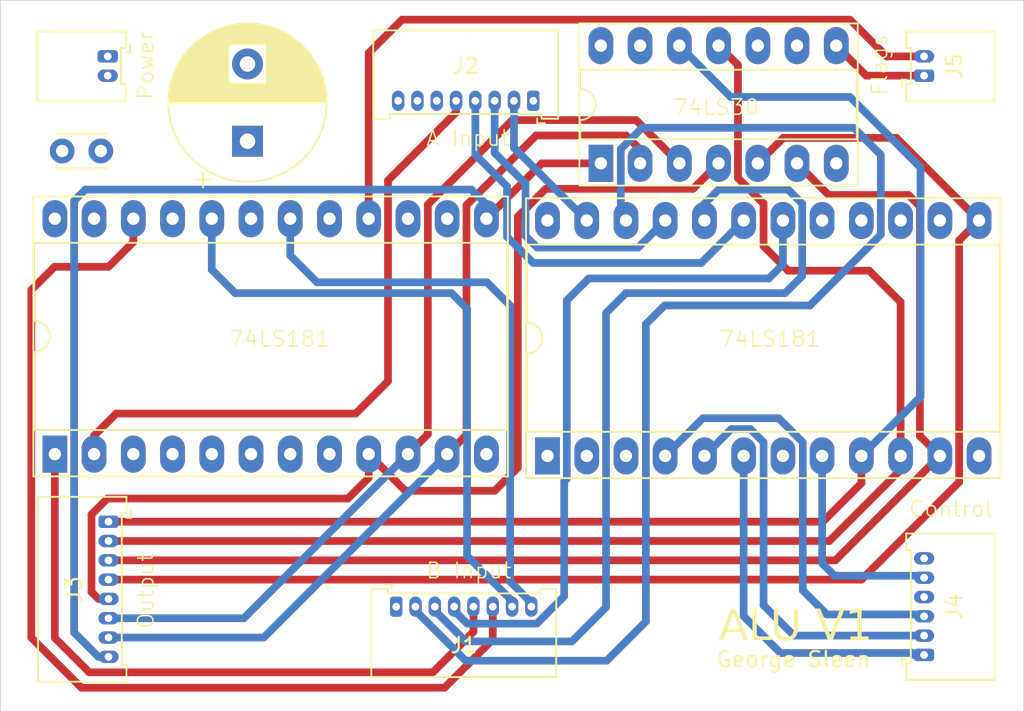
<source format=kicad_pcb>
(kicad_pcb (version 20240108) (generator "pcbnew") (generator_version "8.0")
  (layers (0 "F.Cu" signal) (1 "In1.Cu" signal) (2 "In2.Cu" signal) (31 "B.Cu" signal) (34 "B.Paste" user) (35 "F.Paste" user) (36 "B.SilkS" user "B.Silkscreen") (37 "F.SilkS" user "F.Silkscreen") (38 "B.Mask" user) (39 "F.Mask" user) (44 "Edge.Cuts" user))
  (net 0 "")
  (net 1 "/A6")
  (net 2 "/F7")
  (net 3 "GNDREF")
  (net 4 "/S0")
  (net 5 "/S2")
  (net 6 "/A4")
  (net 8 "/M")
  (net 9 "/S3")
  (net 10 "/F4")
  (net 11 "/B4")
  (net 12 "Net-(U1-Cn)")
  (net 13 "/F6")
  (net 15 "/A5")
  (net 16 "/F5")
  (net 17 "/B6")
  (net 18 "/B7")
  (net 19 "VCC")
  (net 20 "/S1")
  (net 22 "/B5")
  (net 23 "/~{Carry flag}")
  (net 24 "/A7")
  (net 25 "/B2")
  (net 26 "/A3")
  (net 27 "/F2")
  (net 28 "/F0")
  (net 29 "/B0")
  (net 30 "/A2")
  (net 31 "/B1")
  (net 33 "/F1")
  (net 34 "/~{Cn}")
  (net 35 "/A1")
  (net 36 "/F3")
  (net 39 "/B3")
  (net 40 "/A0")
  (net 41 "/Zero flag")
  (footprint "Package_DIP:DIP-14_W7.62mm_Socket_LongPads" (layer "F.Cu") (at 179.375 80.3 90)
    (property "Reference" "U3" (hide yes))
    (property "Value" "74LS30")
    (pad "1" thru_hole rect (at 0 0 90) (size 2.4 1.6) (drill 0.8) (layers "*.Cu" "*.Mask") (net 2 "/F7"))
    (pad "2" thru_hole oval (at 0 2.54 90) (size 2.4 1.6) (drill 0.8) (layers "*.Cu" "*.Mask") (net 13 "/F6"))
    (pad "3" thru_hole oval (at 0 5.08 90) (size 2.4 1.6) (drill 0.8) (layers "*.Cu" "*.Mask") (net 16 "/F5"))
    (pad "4" thru_hole oval (at 0 7.62 90) (size 2.4 1.6) (drill 0.8) (layers "*.Cu" "*.Mask") (net 10 "/F4"))
    (pad "5" thru_hole oval (at 0 10.16 90) (size 2.4 1.6) (drill 0.8) (layers "*.Cu" "*.Mask") (net 36 "/F3"))
    (pad "6" thru_hole oval (at 0 12.7 90) (size 2.4 1.6) (drill 0.8) (layers "*.Cu" "*.Mask") (net 27 "/F2"))
    (pad "7" thru_hole oval (at 0 15.24 90) (size 2.4 1.6) (drill 0.8) (layers "*.Cu" "*.Mask") (net 3 "GNDREF"))
    (pad "8" thru_hole oval (at 7.62 15.24 90) (size 2.4 1.6) (drill 0.8) (layers "*.Cu" "*.Mask") (net 41 "/Zero flag"))
    (pad "9" thru_hole oval (at 7.62 12.7 90) (size 2.4 1.6) (drill 0.8) (layers "*.Cu" "*.Mask"))
    (pad "10" thru_hole oval (at 7.62 10.16 90) (size 2.4 1.6) (drill 0.8) (layers "*.Cu" "*.Mask"))
    (pad "11" thru_hole oval (at 7.62 7.62 90) (size 2.4 1.6) (drill 0.8) (layers "*.Cu" "*.Mask") (net 33 "/F1"))
    (pad "12" thru_hole oval (at 7.62 5.08 90) (size 2.4 1.6) (drill 0.8) (layers "*.Cu" "*.Mask") (net 28 "/F0"))
    (pad "13" thru_hole oval (at 7.62 2.54 90) (size 2.4 1.6) (drill 0.8) (layers "*.Cu" "*.Mask"))
    (pad "14" thru_hole oval (at 7.62 0 90) (size 2.4 1.6) (drill 0.8) (layers "*.Cu" "*.Mask") (net 19 "VCC"))
  )
  (footprint "Connector_Molex:Molex_PicoBlade_53048-0610_1x06_P1.25mm_Horizontal" (layer "F.Cu") (at 200.3 112.125 90)
    (property "Reference" "J4" (at 3.12 1.95 90) (layer "F.SilkS"))
    (property "Value" "Control Word Socket" (hide yes))
    (pad "1" thru_hole roundrect (at 0 0 90) (size 0.8 1.3) (drill 0.5) (layers "*.Cu" "*.Mask") (net 4 "/S0"))
    (pad "2" thru_hole oval (at 1.25 0 90) (size 0.8 1.3) (drill 0.5) (layers "*.Cu" "*.Mask") (net 20 "/S1"))
    (pad "3" thru_hole oval (at 2.5 0 90) (size 0.8 1.3) (drill 0.5) (layers "*.Cu" "*.Mask") (net 5 "/S2"))
    (pad "4" thru_hole oval (at 3.75 0 90) (size 0.8 1.3) (drill 0.5) (layers "*.Cu" "*.Mask") (net 9 "/S3"))
    (pad "5" thru_hole oval (at 5 0 90) (size 0.8 1.3) (drill 0.5) (layers "*.Cu" "*.Mask") (net 8 "/M"))
    (pad "6" thru_hole oval (at 6.25 0 90) (size 0.8 1.3) (drill 0.5) (layers "*.Cu" "*.Mask") (net 34 "/~{Cn}"))
  )
  (footprint "Connector_Molex:Molex_PicoBlade_53048-0810_1x08_P1.25mm_Horizontal" (layer "F.Cu") (at 166.125 109)
    (property "Reference" "J1" (at 4.38 2.5 0) (layer "F.SilkS"))
    (property "Value" "B Input Socket" (hide yes))
    (pad "1" thru_hole roundrect (at 0 0) (size 0.8 1.3) (drill 0.5) (layers "*.Cu" "*.Mask") (net 29 "/B0"))
    (pad "2" thru_hole oval (at 1.25 0) (size 0.8 1.3) (drill 0.5) (layers "*.Cu" "*.Mask") (net 31 "/B1"))
    (pad "3" thru_hole oval (at 2.5 0) (size 0.8 1.3) (drill 0.5) (layers "*.Cu" "*.Mask") (net 25 "/B2"))
    (pad "4" thru_hole oval (at 3.75 0) (size 0.8 1.3) (drill 0.5) (layers "*.Cu" "*.Mask") (net 39 "/B3"))
    (pad "5" thru_hole oval (at 5 0) (size 0.8 1.3) (drill 0.5) (layers "*.Cu" "*.Mask") (net 11 "/B4"))
    (pad "6" thru_hole oval (at 6.25 0) (size 0.8 1.3) (drill 0.5) (layers "*.Cu" "*.Mask") (net 22 "/B5"))
    (pad "7" thru_hole oval (at 7.5 0) (size 0.8 1.3) (drill 0.5) (layers "*.Cu" "*.Mask") (net 17 "/B6"))
    (pad "8" thru_hole oval (at 8.75 0) (size 0.8 1.3) (drill 0.5) (layers "*.Cu" "*.Mask") (net 18 "/B7"))
  )
  (footprint "Connector_Molex:Molex_PicoBlade_53048-0210_1x02_P1.25mm_Horizontal" (layer "F.Cu") (at 147.45 73.375 -90)
    (property "Reference" "J6" (hide yes))
    (property "Value" "Power Socket" (hide yes))
    (pad "1" thru_hole roundrect (at 0 0 270) (size 0.8 1.3) (drill 0.5) (layers "*.Cu" "*.Mask") (net 19 "VCC"))
    (pad "2" thru_hole oval (at 1.25 0 270) (size 0.8 1.3) (drill 0.5) (layers "*.Cu" "*.Mask") (net 3 "GNDREF"))
  )
  (footprint "Connector_Molex:Molex_PicoBlade_53048-0810_1x08_P1.25mm_Horizontal" (layer "F.Cu") (at 147.5 103.5 -90)
    (property "Reference" "J3" (at 4.38 2.25 90) (layer "F.SilkS"))
    (property "Value" "F Output Socket" (hide yes))
    (pad "1" thru_hole roundrect (at 0 0 270) (size 0.8 1.3) (drill 0.5) (layers "*.Cu" "*.Mask") (net 28 "/F0"))
    (pad "2" thru_hole oval (at 1.25 0 270) (size 0.8 1.3) (drill 0.5) (layers "*.Cu" "*.Mask") (net 33 "/F1"))
    (pad "3" thru_hole oval (at 2.5 0 270) (size 0.8 1.3) (drill 0.5) (layers "*.Cu" "*.Mask") (net 27 "/F2"))
    (pad "4" thru_hole oval (at 3.75 0 270) (size 0.8 1.3) (drill 0.5) (layers "*.Cu" "*.Mask") (net 36 "/F3"))
    (pad "5" thru_hole oval (at 5 0 270) (size 0.8 1.3) (drill 0.5) (layers "*.Cu" "*.Mask") (net 10 "/F4"))
    (pad "6" thru_hole oval (at 6.25 0 270) (size 0.8 1.3) (drill 0.5) (layers "*.Cu" "*.Mask") (net 16 "/F5"))
    (pad "7" thru_hole oval (at 7.5 0 270) (size 0.8 1.3) (drill 0.5) (layers "*.Cu" "*.Mask") (net 13 "/F6"))
    (pad "8" thru_hole oval (at 8.75 0 270) (size 0.8 1.3) (drill 0.5) (layers "*.Cu" "*.Mask") (net 2 "/F7"))
  )
  (footprint "Capacitor_THT:C_Disc_D3.0mm_W2.0mm_P2.50mm" (layer "F.Cu") (at 147 79.5 180)
    (property "Reference" "C2" (hide yes))
    (property "Value" "C" (hide yes))
    (pad "1" thru_hole circle (at 0 0 180) (size 1.6 1.6) (drill 0.8) (layers "*.Cu" "*.Mask") (net 19 "VCC"))
    (pad "2" thru_hole circle (at 2.5 0 180) (size 1.6 1.6) (drill 0.8) (layers "*.Cu" "*.Mask") (net 3 "GNDREF"))
  )
  (footprint "Package_DIP:DIP-24_W15.24mm_Socket_LongPads" (layer "F.Cu") (at 175.92 99.24 90)
    (property "Reference" "U2" (hide yes))
    (property "Value" "74LS181" (hide yes))
    (pad "1" thru_hole rect (at 0 0 90) (size 2.4 1.6) (drill 0.8) (layers "*.Cu" "*.Mask") (net 29 "/B0"))
    (pad "2" thru_hole oval (at 0 2.54 90) (size 2.4 1.6) (drill 0.8) (layers "*.Cu" "*.Mask") (net 40 "/A0"))
    (pad "3" thru_hole oval (at 0 5.08 90) (size 2.4 1.6) (drill 0.8) (layers "*.Cu" "*.Mask") (net 9 "/S3"))
    (pad "4" thru_hole oval (at 0 7.62 90) (size 2.4 1.6) (drill 0.8) (layers "*.Cu" "*.Mask") (net 5 "/S2"))
    (pad "5" thru_hole oval (at 0 10.16 90) (size 2.4 1.6) (drill 0.8) (layers "*.Cu" "*.Mask") (net 20 "/S1"))
    (pad "6" thru_hole oval (at 0 12.7 90) (size 2.4 1.6) (drill 0.8) (layers "*.Cu" "*.Mask") (net 4 "/S0"))
    (pad "7" thru_hole oval (at 0 15.24 90) (size 2.4 1.6) (drill 0.8) (layers "*.Cu" "*.Mask") (net 34 "/~{Cn}"))
    (pad "8" thru_hole oval (at 0 17.78 90) (size 2.4 1.6) (drill 0.8) (layers "*.Cu" "*.Mask") (net 8 "/M"))
    (pad "9" thru_hole oval (at 0 20.32 90) (size 2.4 1.6) (drill 0.8) (layers "*.Cu" "*.Mask") (net 28 "/F0"))
    (pad "10" thru_hole oval (at 0 22.86 90) (size 2.4 1.6) (drill 0.8) (layers "*.Cu" "*.Mask") (net 33 "/F1"))
    (pad "11" thru_hole oval (at 0 25.4 90) (size 2.4 1.6) (drill 0.8) (layers "*.Cu" "*.Mask") (net 27 "/F2"))
    (pad "12" thru_hole oval (at 0 27.94 90) (size 2.4 1.6) (drill 0.8) (layers "*.Cu" "*.Mask") (net 3 "GNDREF"))
    (pad "13" thru_hole oval (at 15.24 27.94 90) (size 2.4 1.6) (drill 0.8) (layers "*.Cu" "*.Mask") (net 36 "/F3"))
    (pad "14" thru_hole oval (at 15.24 25.4 90) (size 2.4 1.6) (drill 0.8) (layers "*.Cu" "*.Mask"))
    (pad "15" thru_hole oval (at 15.24 22.86 90) (size 2.4 1.6) (drill 0.8) (layers "*.Cu" "*.Mask"))
    (pad "16" thru_hole oval (at 15.24 20.32 90) (size 2.4 1.6) (drill 0.8) (layers "*.Cu" "*.Mask") (net 12 "Net-(U1-Cn)"))
    (pad "17" thru_hole oval (at 15.24 17.78 90) (size 2.4 1.6) (drill 0.8) (layers "*.Cu" "*.Mask"))
    (pad "18" thru_hole oval (at 15.24 15.24 90) (size 2.4 1.6) (drill 0.8) (layers "*.Cu" "*.Mask") (net 39 "/B3"))
    (pad "19" thru_hole oval (at 15.24 12.7 90) (size 2.4 1.6) (drill 0.8) (layers "*.Cu" "*.Mask") (net 26 "/A3"))
    (pad "20" thru_hole oval (at 15.24 10.16 90) (size 2.4 1.6) (drill 0.8) (layers "*.Cu" "*.Mask") (net 25 "/B2"))
    (pad "21" thru_hole oval (at 15.24 7.62 90) (size 2.4 1.6) (drill 0.8) (layers "*.Cu" "*.Mask") (net 30 "/A2"))
    (pad "22" thru_hole oval (at 15.24 5.08 90) (size 2.4 1.6) (drill 0.8) (layers "*.Cu" "*.Mask") (net 31 "/B1"))
    (pad "23" thru_hole oval (at 15.24 2.54 90) (size 2.4 1.6) (drill 0.8) (layers "*.Cu" "*.Mask") (net 35 "/A1"))
    (pad "24" thru_hole oval (at 15.24 0 90) (size 2.4 1.6) (drill 0.8) (layers "*.Cu" "*.Mask") (net 19 "VCC"))
  )
  (footprint "Connector_Molex:Molex_PicoBlade_53048-0210_1x02_P1.25mm_Horizontal" (layer "F.Cu") (at 200.3 74.625 90)
    (property "Reference" "J5" (at 0.625 1.95 90) (layer "F.SilkS"))
    (property "Value" "Flag Socket" (hide yes))
    (pad "1" thru_hole roundrect (at 0 0 90) (size 0.8 1.3) (drill 0.5) (layers "*.Cu" "*.Mask") (net 41 "/Zero flag"))
    (pad "2" thru_hole oval (at 1.25 0 90) (size 0.8 1.3) (drill 0.5) (layers "*.Cu" "*.Mask") (net 23 "/~{Carry flag}"))
  )
  (footprint "Connector_Molex:Molex_PicoBlade_53048-0810_1x08_P1.25mm_Horizontal" (layer "F.Cu") (at 175 76.25 180)
    (property "Reference" "J2" (at 4.38 2.25 0) (layer "F.SilkS"))
    (property "Value" "A Input Socket" (hide yes))
    (pad "1" thru_hole roundrect (at 0 0 180) (size 0.8 1.3) (drill 0.5) (layers "*.Cu" "*.Mask") (net 40 "/A0"))
    (pad "2" thru_hole oval (at 1.25 0 180) (size 0.8 1.3) (drill 0.5) (layers "*.Cu" "*.Mask") (net 35 "/A1"))
    (pad "3" thru_hole oval (at 2.5 0 180) (size 0.8 1.3) (drill 0.5) (layers "*.Cu" "*.Mask") (net 30 "/A2"))
    (pad "4" thru_hole oval (at 3.75 0 180) (size 0.8 1.3) (drill 0.5) (layers "*.Cu" "*.Mask") (net 26 "/A3"))
    (pad "5" thru_hole oval (at 5 0 180) (size 0.8 1.3) (drill 0.5) (layers "*.Cu" "*.Mask") (net 6 "/A4"))
    (pad "6" thru_hole oval (at 6.25 0 180) (size 0.8 1.3) (drill 0.5) (layers "*.Cu" "*.Mask") (net 15 "/A5"))
    (pad "7" thru_hole oval (at 7.5 0 180) (size 0.8 1.3) (drill 0.5) (layers "*.Cu" "*.Mask") (net 1 "/A6"))
    (pad "8" thru_hole oval (at 8.75 0 180) (size 0.8 1.3) (drill 0.5) (layers "*.Cu" "*.Mask") (net 24 "/A7"))
  )
  (footprint "Package_DIP:DIP-24_W15.24mm_Socket_LongPads" (layer "F.Cu") (at 144.025 99.125 90)
    (property "Reference" "U1" (hide yes))
    (property "Value" "74LS181")
    (pad "1" thru_hole rect (at 0 0 90) (size 2.4 1.6) (drill 0.8) (layers "*.Cu" "*.Mask") (net 11 "/B4"))
    (pad "2" thru_hole oval (at 0 2.54 90) (size 2.4 1.6) (drill 0.8) (layers "*.Cu" "*.Mask") (net 6 "/A4"))
    (pad "3" thru_hole oval (at 0 5.08 90) (size 2.4 1.6) (drill 0.8) (layers "*.Cu" "*.Mask") (net 9 "/S3"))
    (pad "4" thru_hole oval (at 0 7.62 90) (size 2.4 1.6) (drill 0.8) (layers "*.Cu" "*.Mask") (net 5 "/S2"))
    (pad "5" thru_hole oval (at 0 10.16 90) (size 2.4 1.6) (drill 0.8) (layers "*.Cu" "*.Mask") (net 20 "/S1"))
    (pad "6" thru_hole oval (at 0 12.7 90) (size 2.4 1.6) (drill 0.8) (layers "*.Cu" "*.Mask") (net 4 "/S0"))
    (pad "7" thru_hole oval (at 0 15.24 90) (size 2.4 1.6) (drill 0.8) (layers "*.Cu" "*.Mask") (net 12 "Net-(U1-Cn)"))
    (pad "8" thru_hole oval (at 0 17.78 90) (size 2.4 1.6) (drill 0.8) (layers "*.Cu" "*.Mask") (net 8 "/M"))
    (pad "9" thru_hole oval (at 0 20.32 90) (size 2.4 1.6) (drill 0.8) (layers "*.Cu" "*.Mask") (net 10 "/F4"))
    (pad "10" thru_hole oval (at 0 22.86 90) (size 2.4 1.6) (drill 0.8) (layers "*.Cu" "*.Mask") (net 16 "/F5"))
    (pad "11" thru_hole oval (at 0 25.4 90) (size 2.4 1.6) (drill 0.8) (layers "*.Cu" "*.Mask") (net 13 "/F6"))
    (pad "12" thru_hole oval (at 0 27.94 90) (size 2.4 1.6) (drill 0.8) (layers "*.Cu" "*.Mask") (net 3 "GNDREF"))
    (pad "13" thru_hole oval (at 15.24 27.94 90) (size 2.4 1.6) (drill 0.8) (layers "*.Cu" "*.Mask") (net 2 "/F7"))
    (pad "14" thru_hole oval (at 15.24 25.4 90) (size 2.4 1.6) (drill 0.8) (layers "*.Cu" "*.Mask"))
    (pad "15" thru_hole oval (at 15.24 22.86 90) (size 2.4 1.6) (drill 0.8) (layers "*.Cu" "*.Mask"))
    (pad "16" thru_hole oval (at 15.24 20.32 90) (size 2.4 1.6) (drill 0.8) (layers "*.Cu" "*.Mask") (net 23 "/~{Carry flag}"))
    (pad "17" thru_hole oval (at 15.24 17.78 90) (size 2.4 1.6) (drill 0.8) (layers "*.Cu" "*.Mask"))
    (pad "18" thru_hole oval (at 15.24 15.24 90) (size 2.4 1.6) (drill 0.8) (layers "*.Cu" "*.Mask") (net 18 "/B7"))
    (pad "19" thru_hole oval (at 15.24 12.7 90) (size 2.4 1.6) (drill 0.8) (layers "*.Cu" "*.Mask") (net 24 "/A7"))
    (pad "20" thru_hole oval (at 15.24 10.16 90) (size 2.4 1.6) (drill 0.8) (layers "*.Cu" "*.Mask") (net 17 "/B6"))
    (pad "21" thru_hole oval (at 15.24 7.62 90) (size 2.4 1.6) (drill 0.8) (layers "*.Cu" "*.Mask") (net 1 "/A6"))
    (pad "22" thru_hole oval (at 15.24 5.08 90) (size 2.4 1.6) (drill 0.8) (layers "*.Cu" "*.Mask") (net 22 "/B5"))
    (pad "23" thru_hole oval (at 15.24 2.54 90) (size 2.4 1.6) (drill 0.8) (layers "*.Cu" "*.Mask") (net 15 "/A5"))
    (pad "24" thru_hole oval (at 15.24 0 90) (size 2.4 1.6) (drill 0.8) (layers "*.Cu" "*.Mask") (net 19 "VCC"))
  )
  (footprint "Capacitor_THT:CP_Radial_D10.0mm_P5.00mm" (layer "F.Cu") (at 156.5 78.867677 90)
    (property "Reference" "C1" (hide yes))
    (property "Value" "C_Polarized_US" (hide yes))
    (pad "1" thru_hole rect (at 0 0 90) (size 2 2) (drill 1) (layers "*.Cu" "*.Mask") (net 19 "VCC"))
    (pad "2" thru_hole circle (at 5 0 90) (size 2 2) (drill 1) (layers "*.Cu" "*.Mask") (net 3 "GNDREF"))
  )
  (gr_rect (start 140.5 69.75) (end 206.75 115.75) (stroke (width 0.05)) (fill none) (layer "Edge.Cuts"))
  (gr_text "Control" (at 199.25 103.25 0) (layer "F.SilkS") (effects (font (size 1 1) (thickness 0.1)) (justify left bottom)))
  (gr_text "George Sleen" (at 186.75 113 0) (layer "F.SilkS") (effects (font (size 1 1)) (justify left bottom)))
  (gr_text "74LS181" (at 187 92.25 0) (layer "F.SilkS") (effects (font (size 1 1) (thickness 0.1)) (justify left bottom)))
  (gr_text "74LS30" (at 184 77.25 0) (layer "F.SilkS") (effects (font (size 1 1) (thickness 0.1)) (justify left bottom)))
  (gr_text "A Input" (at 168 79.25 0) (layer "F.SilkS") (effects (font (size 1 1) (thickness 0.1)) (justify left bottom)))
  (gr_text "74LS181" (at 155.25 92.25 0) (layer "F.SilkS") (effects (font (size 1 1) (thickness 0.1)) (justify left bottom)))
  (gr_text "Output" (at 150.5 110.5 90) (layer "F.SilkS") (effects (font (size 1 1) (thickness 0.1)) (justify left bottom)))
  (gr_text "ALU V1" (at 187 111.5 0) (layer "F.SilkS") (effects (font (size 2 2)) (justify left bottom)))
  (gr_text "Flags\n" (at 198 76 90) (layer "F.SilkS") (effects (font (size 1 1) (thickness 0.1)) (justify left bottom)))
  (gr_text "B Input" (at 168 107.25 0) (layer "F.SilkS") (effects (font (size 1 1) (thickness 0.1)) (justify left bottom)))
  (gr_text "Power" (at 150.5 76.25 90) (layer "F.SilkS") (effects (font (size 1 1) (thickness 0.1)) (justify left bottom)))
  (segment (start 171.965 83.885) (end 175.55 80.3) (width 0.5) (layer "F.Cu") (net 2))
  (segment (start 175.55 80.3) (end 179.375 80.3) (width 0.5) (layer "F.Cu") (net 2))
  (segment (start 147.5 112.25) (end 146.85 112.25) (width 0.5) (layer "B.Cu") (net 2))
  (segment (start 145.275 82.725) (end 146 82) (width 0.5) (layer "B.Cu") (net 2))
  (segment (start 171.965 83.885) (end 171.965 82.965) (width 0.5) (layer "B.Cu") (net 2))
  (segment (start 145.275 110.675) (end 145.275 82.725) (width 0.5) (layer "B.Cu") (net 2))
  (segment (start 146 82) (end 171 82) (width 0.5) (layer "B.Cu") (net 2))
  (segment (start 171.965 82.965) (end 171 82) (width 0.5) (layer "B.Cu") (net 2))
  (segment (start 146.85 112.25) (end 145.275 110.675) (width 0.5) (layer "B.Cu") (net 2))
  (segment (start 188.62 109.62) (end 191 112) (width 0.5) (layer "B.Cu") (net 4))
  (segment (start 199.65 112.125) (end 200.3 112.125) (width 0.5) (layer "B.Cu") (net 4))
  (segment (start 188.62 99.24) (end 188.62 109.62) (width 0.5) (layer "B.Cu") (net 4))
  (segment (start 191 112) (end 199.525 112) (width 0.5) (layer "B.Cu") (net 4))
  (segment (start 199.525 112) (end 199.65 112.125) (width 0.5) (layer "B.Cu") (net 4))
  (segment (start 192.45 107.95) (end 192.45 98.362233) (width 0.5) (layer "B.Cu") (net 5))
  (segment (start 192.45 98.362233) (end 190.887767 96.8) (width 0.5) (layer "B.Cu") (net 5))
  (segment (start 199.925 109.5) (end 194 109.5) (width 0.5) (layer "B.Cu") (net 5))
  (segment (start 192.45 107.95) (end 194 109.5) (width 0.5) (layer "B.Cu") (net 5))
  (segment (start 200.3 109.625) (end 200.05 109.625) (width 0.5) (layer "B.Cu") (net 5))
  (segment (start 190.887767 96.8) (end 185.98 96.8) (width 0.5) (layer "B.Cu") (net 5))
  (segment (start 185.98 96.8) (end 183.54 99.24) (width 0.5) (layer "B.Cu") (net 5))
  (segment (start 200.05 109.625) (end 199.925 109.5) (width 0.5) (layer "B.Cu") (net 5))
  (segment (start 165.595 94.405) (end 165.595 81.405) (width 0.5) (layer "F.Cu") (net 6))
  (segment (start 170 77) (end 170 76.25) (width 0.5) (layer "F.Cu") (net 6))
  (segment (start 165.595 81.405) (end 170 77) (width 0.5) (layer "F.Cu") (net 6))
  (segment (start 163.5 96.5) (end 165.595 94.405) (width 0.5) (layer "F.Cu") (net 6))
  (segment (start 146.565 99.125) (end 146.565 97.935) (width 0.5) (layer "F.Cu") (net 6))
  (segment (start 146.565 97.935) (end 148 96.5) (width 0.5) (layer "F.Cu") (net 6))
  (segment (start 148 96.5) (end 163.5 96.5) (width 0.5) (layer "F.Cu") (net 6))
  (segment (start 193.7 106.2) (end 193.7 99.24) (width 0.5) (layer "B.Cu") (net 8))
  (segment (start 199.925 107) (end 194.5 107) (width 0.5) (layer "B.Cu") (net 8))
  (segment (start 200.05 107.125) (end 199.925 107) (width 0.5) (layer "B.Cu") (net 8))
  (segment (start 200.3 107.125) (end 200.05 107.125) (width 0.5) (layer "B.Cu") (net 8))
  (segment (start 194.5 107) (end 193.7 106.2) (width 0.5) (layer "B.Cu") (net 8))
  (segment (start 146.4 103.02522) (end 147.42522 102) (width 0.5) (layer "F.Cu") (net 10))
  (segment (start 147.42522 102) (end 163 102) (width 0.5) (layer "F.Cu") (net 10))
  (segment (start 185.345 81.95) (end 175.802233 81.95) (width 0.5) (layer "F.Cu") (net 10))
  (segment (start 175.802233 81.95) (end 174 83.752233) (width 0.5) (layer "F.Cu") (net 10))
  (segment (start 166.72 101.5) (end 164.345 99.125) (width 0.5) (layer "F.Cu") (net 10))
  (segment (start 146.85 108.5) (end 146.4 108.05) (width 0.5) (layer "F.Cu") (net 10))
  (segment (start 174 100) (end 172.5 101.5) (width 0.5) (layer "F.Cu") (net 10))
  (segment (start 186.995 80.3) (end 185.345 81.95) (width 0.5) (layer "F.Cu") (net 10))
  (segment (start 172.5 101.5) (end 166.72 101.5) (width 0.5) (layer "F.Cu") (net 10))
  (segment (start 163 102) (end 164.345 100.655) (width 0.5) (layer "F.Cu") (net 10))
  (segment (start 146.4 108.05) (end 146.4 103.02522) (width 0.5) (layer "F.Cu") (net 10))
  (segment (start 174 83.752233) (end 174 100) (width 0.5) (layer "F.Cu") (net 10))
  (segment (start 164.345 100.655) (end 164.345 99.125) (width 0.5) (layer "F.Cu") (net 10))
  (segment (start 147.5 108.5) (end 146.85 108.5) (width 0.5) (layer "F.Cu") (net 10))
  (segment (start 144.025 111.025) (end 146.25 113.25) (width 0.5) (layer "F.Cu") (net 11))
  (segment (start 171.125 110.625) (end 171.125 109) (width 0.5) (layer "F.Cu") (net 11))
  (segment (start 168.5 113.25) (end 171.125 110.625) (width 0.5) (layer "F.Cu") (net 11))
  (segment (start 144.025 99.125) (end 144.025 111.025) (width 0.5) (layer "F.Cu") (net 11))
  (segment (start 146.25 113.25) (end 168.5 113.25) (width 0.5) (layer "F.Cu") (net 11))
  (segment (start 170.675 83.007233) (end 170.675 97.875) (width 0.5) (layer "F.Cu") (net 13))
  (segment (start 175.182233 78.5) (end 170.675 83.007233) (width 0.5) (layer "F.Cu") (net 13))
  (segment (start 170.675 97.875) (end 169.425 99.125) (width 0.5) (layer "F.Cu") (net 13))
  (segment (start 181.915 80.3) (end 181.915 79.4) (width 0.5) (layer "F.Cu") (net 13))
  (segment (start 181.015 78.5) (end 175.182233 78.5) (width 0.5) (layer "F.Cu") (net 13))
  (segment (start 181.915 79.4) (end 181.015 78.5) (width 0.5) (layer "F.Cu") (net 13))
  (segment (start 147.5 111) (end 157.55 111) (width 0.5) (layer "B.Cu") (net 13))
  (segment (start 157.55 111) (end 169.425 99.125) (width 0.5) (layer "B.Cu") (net 13))
  (segment (start 168.175 82.967233) (end 168.175 97.835) (width 0.5) (layer "F.Cu") (net 16))
  (segment (start 173.642233 77.5) (end 168.175 82.967233) (width 0.5) (layer "F.Cu") (net 16))
  (segment (start 168.175 97.835) (end 166.885 99.125) (width 0.5) (layer "F.Cu") (net 16))
  (segment (start 181.655 77.5) (end 173.642233 77.5) (width 0.5) (layer "F.Cu") (net 16))
  (segment (start 184.455 80.3) (end 181.655 77.5) (width 0.5) (layer "F.Cu") (net 16))
  (segment (start 156.26 109.75) (end 166.885 99.125) (width 0.5) (layer "B.Cu") (net 16))
  (segment (start 147.5 109.75) (end 156.26 109.75) (width 0.5) (layer "B.Cu") (net 16))
  (segment (start 155.7 88.7) (end 154.185 87.185) (width 0.5) (layer "B.Cu") (net 17))
  (segment (start 169.7 88.7) (end 155.7 88.7) (width 0.5) (layer "B.Cu") (net 17))
  (segment (start 170.715 105.715) (end 170.715 89.715) (width 0.5) (layer "B.Cu") (net 17))
  (segment (start 154.185 87.185) (end 154.185 83.885) (width 0.5) (layer "B.Cu") (net 17))
  (segment (start 173.625 108.625) (end 170.715 105.715) (width 0.5) (layer "B.Cu") (net 17))
  (segment (start 170.715 89.715) (end 169.7 88.7) (width 0.5) (layer "B.Cu") (net 17))
  (segment (start 173.625 109) (end 173.625 108.625) (width 0.5) (layer "B.Cu") (net 17))
  (segment (start 173.5 107.375) (end 173.5 89.5) (width 0.5) (layer "B.Cu") (net 18))
  (segment (start 174.875 109) (end 174.875 108.75) (width 0.5) (layer "B.Cu") (net 18))
  (segment (start 161 88) (end 159.265 86.265) (width 0.5) (layer "B.Cu") (net 18))
  (segment (start 173.5 89.5) (end 172 88) (width 0.5) (layer "B.Cu") (net 18))
  (segment (start 174.875 108.75) (end 173.5 107.375) (width 0.5) (layer "B.Cu") (net 18))
  (segment (start 159.265 86.265) (end 159.265 83.885) (width 0.5) (layer "B.Cu") (net 18))
  (segment (start 172 88) (end 161 88) (width 0.5) (layer "B.Cu") (net 18))
  (segment (start 187.82 97.5) (end 189.047767 97.5) (width 0.5) (layer "B.Cu") (net 20))
  (segment (start 189.91 108.91) (end 191.875 110.875) (width 0.5) (layer "B.Cu") (net 20))
  (segment (start 191.875 110.875) (end 200.3 110.875) (width 0.5) (layer "B.Cu") (net 20))
  (segment (start 189.047767 97.5) (end 189.91 98.362233) (width 0.5) (layer "B.Cu") (net 20))
  (segment (start 186.08 99.24) (end 187.82 97.5) (width 0.5) (layer "B.Cu") (net 20))
  (segment (start 189.91 98.362233) (end 189.91 108.91) (width 0.5) (layer "B.Cu") (net 20))
  (segment (start 149.105 85.395) (end 149.105 83.885) (width 0.5) (layer "F.Cu") (net 22))
  (segment (start 147.5 87) (end 149.105 85.395) (width 0.5) (layer "F.Cu") (net 22))
  (segment (start 172.375 111.125) (end 169.25 114.25) (width 0.5) (layer "F.Cu") (net 22))
  (segment (start 144 87) (end 147.5 87) (width 0.5) (layer "F.Cu") (net 22))
  (segment (start 169.25 114.25) (end 145.75 114.25) (width 0.5) (layer "F.Cu") (net 22))
  (segment (start 172.375 109) (end 172.375 111.125) (width 0.5) (layer "F.Cu") (net 22))
  (segment (start 142.5 88.5) (end 144 87) (width 0.5) (layer "F.Cu") (net 22))
  (segment (start 145.75 114.25) (end 142.5 111) (width 0.5) (layer "F.Cu") (net 22))
  (segment (start 142.5 111) (end 142.5 88.5) (width 0.5) (layer "F.Cu") (net 22))
  (segment (start 166.5 71) (end 164.345 73.155) (width 0.5) (layer "F.Cu") (net 23))
  (segment (start 200.3 73.375) (end 197.875 73.375) (width 0.5) (layer "F.Cu") (net 23))
  (segment (start 164.345 73.155) (end 164.345 83.885) (width 0.5) (layer "F.Cu") (net 23))
  (segment (start 195.5 71) (end 166.5 71) (width 0.5) (layer "F.Cu") (net 23))
  (segment (start 197.875 73.375) (end 195.5 71) (width 0.5) (layer "F.Cu") (net 23))
  (segment (start 168.625 109.25) (end 170.625 111.25) (width 0.5) (layer "B.Cu") (net 25))
  (segment (start 192.41 82.91) (end 191.5 82) (width 0.5) (layer "B.Cu") (net 25))
  (segment (start 179.71 89.99) (end 181 88.7) (width 0.5) (layer "B.Cu") (net 25))
  (segment (start 192.41 87.59) (end 192.41 82.91) (width 0.5) (layer "B.Cu") (net 25))
  (segment (start 168.625 109) (end 168.625 109.25) (width 0.5) (layer "B.Cu") (net 25))
  (segment (start 187 82) (end 186.08 82.92) (width 0.5) (layer "B.Cu") (net 25))
  (segment (start 179.71 109.04) (end 179.71 89.99) (width 0.5) (layer "B.Cu") (net 25))
  (segment (start 170.625 111.25) (end 177.5 111.25) (width 0.5) (layer "B.Cu") (net 25))
  (segment (start 191.5 82) (end 187 82) (width 0.5) (layer "B.Cu") (net 25))
  (segment (start 186.08 82.92) (end 186.08 84) (width 0.5) (layer "B.Cu") (net 25))
  (segment (start 191.3 88.7) (end 192.41 87.59) (width 0.5) (layer "B.Cu") (net 25))
  (segment (start 177.5 111.25) (end 179.71 109.04) (width 0.5) (layer "B.Cu") (net 25))
  (segment (start 181 88.7) (end 191.3 88.7) (width 0.5) (layer "B.Cu") (net 25))
  (segment (start 175 86.75) (end 185.87 86.75) (width 0.5) (layer "B.Cu") (net 26))
  (segment (start 173.3 85.05) (end 175 86.75) (width 0.5) (layer "B.Cu") (net 26))
  (segment (start 185.87 86.75) (end 188.62 84) (width 0.5) (layer "B.Cu") (net 26))
  (segment (start 173.3 81.78995) (end 173.3 85.05) (width 0.5) (layer "B.Cu") (net 26))
  (segment (start 171.25 76.25) (end 171.25 79.73995) (width 0.5) (layer "B.Cu") (net 26))
  (segment (start 171.25 79.73995) (end 173.3 81.78995) (width 0.5) (layer "B.Cu") (net 26))
  (segment (start 194.56 106) (end 201.32 99.24) (width 0.5) (layer "F.Cu") (net 27))
  (segment (start 147.5 106) (end 194.56 106) (width 0.5) (layer "F.Cu") (net 27))
  (segment (start 200.03 97.95) (end 201.32 99.24) (width 0.5) (layer "F.Cu") (net 27))
  (segment (start 200.03 83.082233) (end 200.03 97.95) (width 0.5) (layer "F.Cu") (net 27))
  (segment (start 199.297767 82.35) (end 200.03 83.082233) (width 0.5) (layer "F.Cu") (net 27))
  (segment (start 192.075 80.3) (end 194.125 82.35) (width 0.5) (layer "F.Cu") (net 27))
  (segment (start 194.125 82.35) (end 199.297767 82.35) (width 0.5) (layer "F.Cu") (net 27))
  (segment (start 193.75 103.5) (end 196.25 101) (width 0.5) (layer "F.Cu") (net 28))
  (segment (start 147.5 103.5) (end 193.75 103.5) (width 0.5) (layer "F.Cu") (net 28))
  (segment (start 196.24 100.99) (end 196.24 99.24) (width 0.5) (layer "F.Cu") (net 28))
  (segment (start 196.25 101) (end 196.24 100.99) (width 0.5) (layer "F.Cu") (net 28))
  (segment (start 184.455 72.68) (end 187.775 76) (width 0.5) (layer "B.Cu") (net 28))
  (segment (start 187.775 76) (end 195.5 76) (width 0.5) (layer "B.Cu") (net 28))
  (segment (start 195.5 76) (end 200.07 80.57) (width 0.5) (layer "B.Cu") (net 28))
  (segment (start 200.07 80.57) (end 200.07 95.41) (width 0.5) (layer "B.Cu") (net 28))
  (segment (start 200.07 95.41) (end 196.24 99.24) (width 0.5) (layer "B.Cu") (net 28))
  (segment (start 172.5 76.25) (end 172.5 79.625) (width 0.5) (layer "B.Cu") (net 30))
  (segment (start 172.5 79.625) (end 174.5 81.625) (width 0.5) (layer "B.Cu") (net 30))
  (segment (start 175.25 85.75) (end 181.79 85.75) (width 0.5) (layer "B.Cu") (net 30))
  (segment (start 174.5 85) (end 175.25 85.75) (width 0.5) (layer "B.Cu") (net 30))
  (segment (start 174.5 81.625) (end 174.5 85) (width 0.5) (layer "B.Cu") (net 30))
  (segment (start 181.79 85.75) (end 183.54 84) (width 0.5) (layer "B.Cu") (net 30))
  (segment (start 167.375 109.25) (end 170.625 112.5) (width 0.5) (layer "B.Cu") (net 31))
  (segment (start 197.5 79.75) (end 195.75 78) (width 0.5) (layer "B.Cu") (net 31))
  (segment (start 182.047233 78) (end 180.665 79.382233) (width 0.5) (layer "B.Cu") (net 31))
  (segment (start 195.75 78) (end 182.047233 78) (width 0.5) (layer "B.Cu") (net 31))
  (segment (start 182.29 109.96) (end 182.29 90.71) (width 0.5) (layer "B.Cu") (net 31))
  (segment (start 179.75 112.5) (end 182.29 109.96) (width 0.5) (layer "B.Cu") (net 31))
  (segment (start 197.5 84.907767) (end 197.5 79.75) (width 0.5) (layer "B.Cu") (net 31))
  (segment (start 192.907767 89.5) (end 197.5 84.907767) (width 0.5) (layer "B.Cu") (net 31))
  (segment (start 180.665 83.665) (end 181 84) (width 0.5) (layer "B.Cu") (net 31))
  (segment (start 167.375 109) (end 167.375 109.25) (width 0.5) (layer "B.Cu") (net 31))
  (segment (start 182.29 90.71) (end 183.5 89.5) (width 0.5) (layer "B.Cu") (net 31))
  (segment (start 180.665 79.382233) (end 180.665 83.665) (width 0.5) (layer "B.Cu") (net 31))
  (segment (start 170.625 112.5) (end 179.75 112.5) (width 0.5) (layer "B.Cu") (net 31))
  (segment (start 183.5 89.5) (end 192.907767 89.5) (width 0.5) (layer "B.Cu") (net 31))
  (segment (start 188.25 81.25) (end 189.91 82.91) (width 0.5) (layer "F.Cu") (net 33))
  (segment (start 189.91 82.91) (end 189.91 85.66) (width 0.5) (layer "F.Cu") (net 33))
  (segment (start 147.5 104.75) (end 194.17 104.75) (width 0.5) (layer "F.Cu") (net 33))
  (segment (start 191.5 87.25) (end 196.75 87.25) (width 0.5) (layer "F.Cu") (net 33))
  (segment (start 189.91 85.66) (end 191.5 87.25) (width 0.5) (layer "F.Cu") (net 33))
  (segment (start 194.17 104.75) (end 198.78 100.14) (width 0.5) (layer "F.Cu") (net 33))
  (segment (start 188.25 73.935) (end 188.25 81.25) (width 0.5) (layer "F.Cu") (net 33))
  (segment (start 198.78 89.28) (end 198.78 99.24) (width 0.5) (layer "F.Cu") (net 33))
  (segment (start 186.995 72.68) (end 188.25 73.935) (width 0.5) (layer "F.Cu") (net 33))
  (segment (start 196.75 87.25) (end 198.78 89.28) (width 0.5) (layer "F.Cu") (net 33))
  (segment (start 198.78 100.14) (end 198.78 99.24) (width 0.5) (layer "F.Cu") (net 33))
  (segment (start 173.75 79.29) (end 178.46 84) (width 0.5) (layer "B.Cu") (net 35))
  (segment (start 173.75 76.25) (end 173.75 79.29) (width 0.5) (layer "B.Cu") (net 35))
  (segment (start 202.57 85.29) (end 202.57 100.93) (width 0.5) (layer "F.Cu") (net 36))
  (segment (start 198.51 78.65) (end 203.86 84) (width 0.5) (layer "F.Cu") (net 36))
  (segment (start 189.535 80.3) (end 191.185 78.65) (width 0.5) (layer "F.Cu") (net 36))
  (segment (start 203.86 84) (end 202.57 85.29) (width 0.5) (layer "F.Cu") (net 36))
  (segment (start 196.25 107.25) (end 147.5 107.25) (width 0.5) (layer "F.Cu") (net 36))
  (segment (start 202.57 100.93) (end 196.25 107.25) (width 0.5) (layer "F.Cu") (net 36))
  (segment (start 191.185 78.65) (end 198.51 78.65) (width 0.5) (layer "F.Cu") (net 36))
  (segment (start 169.875 109) (end 169.875 109.25) (width 0.5) (layer "B.Cu") (net 39))
  (segment (start 178.59 87.75) (end 190.25 87.75) (width 0.5) (layer "B.Cu") (net 39))
  (segment (start 177.17 89.17) (end 178.59 87.75) (width 0.5) (layer "B.Cu") (net 39))
  (segment (start 175.227082 110.1) (end 177 108.327082) (width 0.5) (layer "B.Cu") (net 39))
  (segment (start 177 108.327082) (end 177 100.89) (width 0.5) (layer "B.Cu") (net 39))
  (segment (start 177 100.89) (end 177.17 100.72) (width 0.5) (layer "B.Cu") (net 39))
  (segment (start 169.875 109.25) (end 170.725 110.1) (width 0.5) (layer "B.Cu") (net 39))
  (segment (start 191.16 86.84) (end 191.16 84) (width 0.5) (layer "B.Cu") (net 39))
  (segment (start 170.725 110.1) (end 175.227082 110.1) (width 0.5) (layer "B.Cu") (net 39))
  (segment (start 177.17 100.72) (end 177.17 89.17) (width 0.5) (layer "B.Cu") (net 39))
  (segment (start 190.25 87.75) (end 191.16 86.84) (width 0.5) (layer "B.Cu") (net 39))
  (segment (start 196.56 74.625) (end 194.615 72.68) (width 0.5) (layer "F.Cu") (net 41))
  (segment (start 200.3 74.625) (end 196.56 74.625) (width 0.5) (layer "F.Cu") (net 41))
)
</source>
